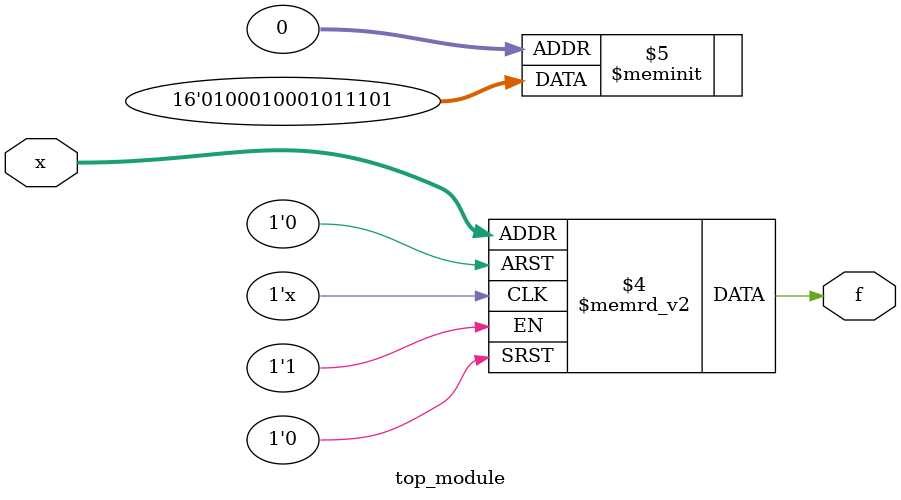
<source format=sv>
module top_module (
	input [4:1] x,
	output logic f
);

always_comb begin
    case(x)
        4'b0000: f = 1;
        4'b0001: f = 0;
        4'b0011: f = 1;
        4'b0010: f = 1;
        4'b0110: f = 1;
        4'b0100: f = 1;
        4'b1110: f = 1;
        4'b1010: f = 1;
        default: f = 0;
    endcase
end

endmodule

</source>
